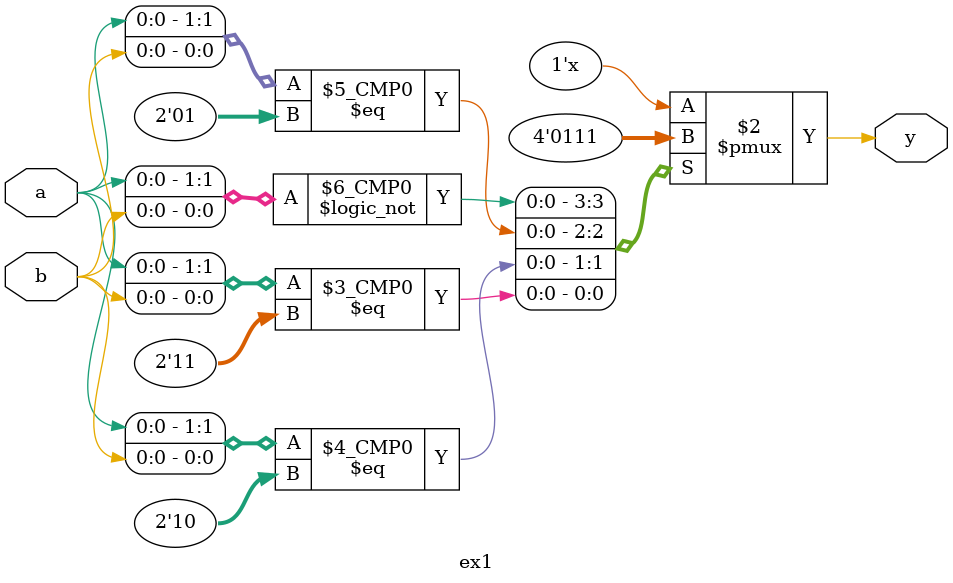
<source format=v>
module ex1(a,b,y);
  input a,b;
  output y;
  reg y;
  always @(a or b)
  begin
    case({a,b})
      2'b00:y=1'b0;
      2'b01:y=1'b1;
      2'b10:y=1'b1;
      2'b11:y=1'b1;
    endcase
  end
endmodule
      
</source>
